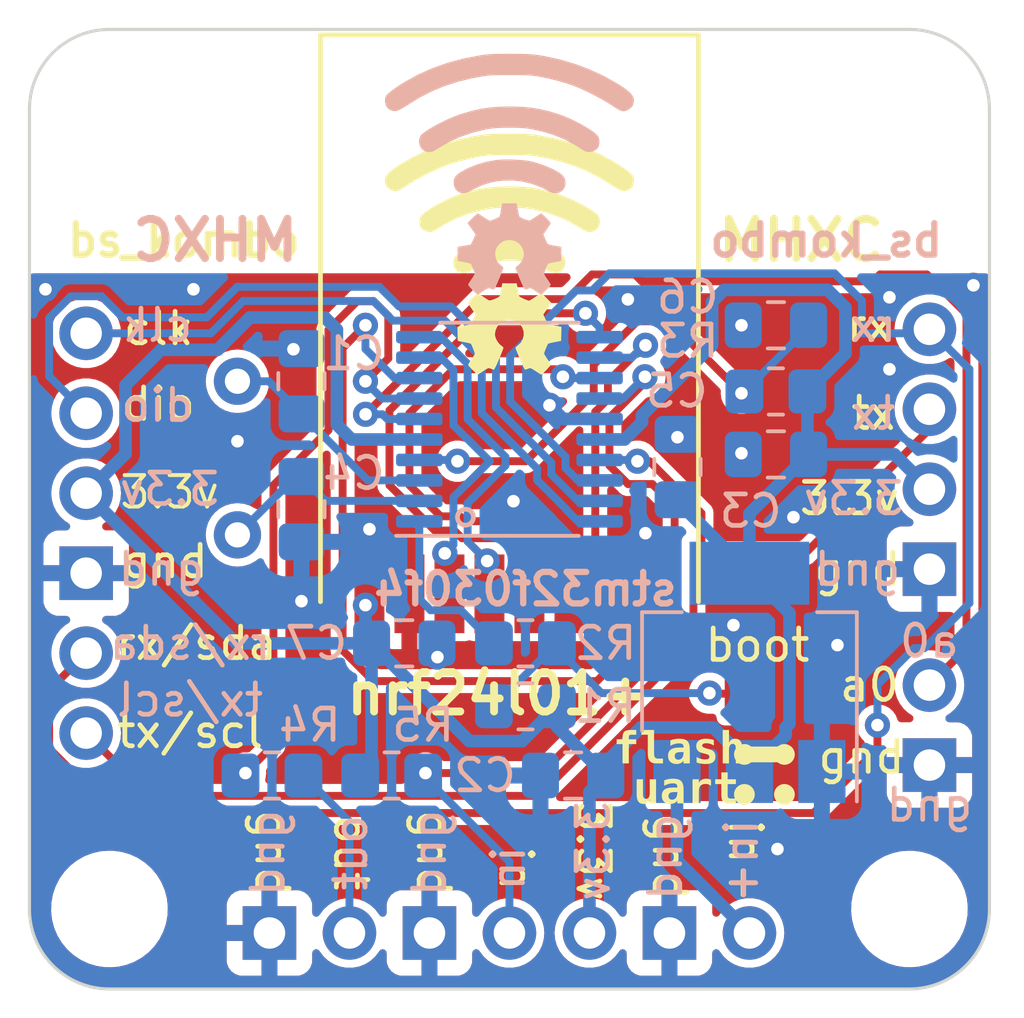
<source format=kicad_pcb>
(kicad_pcb (version 20221018) (generator pcbnew)
  (layers (0 "F.Cu" signal) (31 "B.Cu" signal) (34 "B.Paste" user) (35 "F.Paste" user) (36 "B.SilkS" user "B.Silkscreen") (37 "F.SilkS" user "F.Silkscreen") (38 "B.Mask" user) (39 "F.Mask" user) (44 "Edge.Cuts" user))
  (net 0 "")
  (net 1 "GND")
  (net 2 "+3V3")
  (net 3 "tx{slash}scl")
  (net 4 "rx{slash}sda")
  (net 5 "+5V")
  (net 6 "but")
  (net 7 "dio")
  (net 8 "clk")
  (net 9 "Net-(JP1-B)")
  (net 10 "led")
  (net 11 "a0")
  (net 12 "Net-(J1-Pin_6)")
  (net 13 "Net-(U3-PF1)")
  (net 14 "Net-(U3-PF0)")
  (net 15 "Net-(U3-NRST)")
  (net 16 "Net-(U3-BOOT0)")
  (net 17 "Net-(U1-CE)")
  (net 18 "Net-(U1-~{CSN})")
  (net 19 "Net-(U1-SCK)")
  (net 20 "Net-(U1-MOSI)")
  (net 21 "Net-(U1-MISO)")
  (net 22 "Net-(U1-IRQ)")
  (footprint "Connector_PinHeader_2.54mm:PinHeader_1x06_P2.54mm_Vertical" (layer "F.Cu") (at 116.1 47.752)
    (fp_text reference "J3" hide)
    (fp_text value "Conn_01x06" hide)
    (pad "1" thru_hole circle (at 0 0) (size 1.7 1.7) (drill 1) (layers "*.Cu" "*.Mask") (net 8 "clk"))
    (pad "2" thru_hole oval (at 0 2.54) (size 1.7 1.7) (drill 1) (layers "*.Cu" "*.Mask") (net 7 "dio"))
    (pad "3" thru_hole oval (at 0 5.08) (size 1.7 1.7) (drill 1) (layers "*.Cu" "*.Mask") (net 2 "+3V3"))
    (pad "4" thru_hole rect (at 0 7.62) (size 1.7 1.7) (drill 1) (layers "*.Cu" "*.Mask") (net 1 "GND"))
    (pad "5" thru_hole oval (at 0 10.16) (size 1.7 1.7) (drill 1) (layers "*.Cu" "*.Mask") (net 4 "rx{slash}sda"))
    (pad "6" thru_hole oval (at 0 12.7) (size 1.7 1.7) (drill 1) (layers "*.Cu" "*.Mask") (net 3 "tx{slash}scl"))
  )
  (footprint "Connector_PinHeader_2.54mm:PinHeader_1x07_P2.54mm_Vertical" (layer "F.Cu") (at 137.16 66.802 -90)
    (fp_text reference "J1" hide)
    (fp_text value "Conn_01x07" hide)
    (pad "1" thru_hole circle (at 0 0 270) (size 1.7 1.7) (drill 1) (layers "*.Cu" "*.Mask") (net 5 "+5V"))
    (pad "2" thru_hole rect (at 0 2.54 270) (size 1.7 1.7) (drill 1) (layers "*.Cu" "*.Mask") (net 1 "GND"))
    (pad "3" thru_hole oval (at 0 5.08 270) (size 1.7 1.7) (drill 1) (layers "*.Cu" "*.Mask") (net 2 "+3V3"))
    (pad "4" thru_hole oval (at 0 7.62 270) (size 1.7 1.7) (drill 1) (layers "*.Cu" "*.Mask") (net 6 "but"))
    (pad "5" thru_hole rect (at 0 10.16 270) (size 1.7 1.7) (drill 1) (layers "*.Cu" "*.Mask") (net 1 "GND"))
    (pad "6" thru_hole oval (at 0 12.7 270) (size 1.7 1.7) (drill 1) (layers "*.Cu" "*.Mask") (net 12 "Net-(J1-Pin_6)"))
    (pad "7" thru_hole rect (at 0 15.24 270) (size 1.7 1.7) (drill 1) (layers "*.Cu" "*.Mask") (net 1 "GND"))
  )
  (footprint "MountingHole:MountingHole_3.2mm_M3" (layer "F.Cu") (at 142.24 40.64)
    (fp_text reference "REF**" hide)
    (fp_text value "MountingHole_3.2mm_M3" hide)
    (pad "" np_thru_hole circle (at 0 0) (size 3.2 3.2) (drill 3.2) (layers "*.Cu" "*.Mask"))
  )
  (footprint "Crystal:Crystal_HC49-U_Vertical" (layer "F.Cu") (at 120.904 49.276 -90)
    (fp_text reference "Y1" hide)
    (fp_text value "Crystal")
    (pad "1" thru_hole circle (at 0 0 270) (size 1.5 1.5) (drill 0.8) (layers "*.Cu" "*.Mask") (net 13 "Net-(U3-PF1)"))
    (pad "2" thru_hole circle (at 4.88 0 270) (size 1.5 1.5) (drill 0.8) (layers "*.Cu" "*.Mask") (net 14 "Net-(U3-PF0)"))
  )
  (footprint "MountingHole:MountingHole_3.2mm_M3" (layer "F.Cu") (at 142.24 66.04)
    (fp_text reference "REF**" hide)
    (fp_text value "MountingHole_3.2mm_M3" hide)
    (pad "" np_thru_hole circle (at 0 0) (size 3.2 3.2) (drill 3.2) (layers "*.Cu" "*.Mask"))
  )
  (footprint "MountingHole:MountingHole_3.2mm_M3" (layer "F.Cu") (at 116.84 40.64)
    (fp_text reference "REF**" hide)
    (fp_text value "MountingHole_3.2mm_M3" hide)
    (pad "" np_thru_hole circle (at 0 0) (size 3.2 3.2) (drill 3.2) (layers "*.Cu" "*.Mask"))
  )
  (footprint "LOGO" (layer "F.Cu") (at 129.54 45.212)
    (fp_text reference "G***" hide)
    (fp_text value "LOGO" hide)
  )
  (footprint "Jumper:SolderJumper-2_P1.3mm_Open_TrianglePad1.0x1.5mm" (layer "F.Cu") (at 137.6 59.2 180)
    (fp_text reference "JP1" hide)
    (fp_text value "SolderJumper_2_Open")
    (pad "1" smd custom (at -0.725 0 180) (size 0.3 0.3) (layers "F.Cu" "F.Mask") (net 1 "GND") (options (clearance outline) (anchor rect)) (primitives (gr_poly (pts (xy 1 0) (xy 0.5 0.75) (xy -0.5 0.75) (xy -0.5 -0.75) (xy 0.5 -0.75)) (width 0) (fill yes))))
    (pad "2" smd custom (at 0.725 0 180) (size 0.3 0.3) (layers "F.Cu" "F.Mask") (net 9 "Net-(JP1-B)") (options (clearance outline) (anchor rect)) (primitives (gr_poly (pts (xy 0.5 0.75) (xy -0.65 0.75) (xy -0.15 0) (xy -0.65 -0.75) (xy 0.5 -0.75)) (width 0) (fill yes))))
  )
  (footprint "Connector_PinHeader_2.54mm:PinHeader_1x02_P2.54mm_Vertical" (layer "F.Cu") (at 142.875 61.468 180)
    (fp_text reference "J4" hide)
    (fp_text value "Conn_01x02" hide)
    (pad "1" thru_hole rect (at 0 0 180) (size 1.7 1.7) (drill 1) (layers "*.Cu" "*.Mask") (net 1 "GND"))
    (pad "2" thru_hole oval (at 0 2.54 180) (size 1.7 1.7) (drill 1) (layers "*.Cu" "*.Mask") (net 11 "a0"))
  )
  (footprint "Keyplus_nordic:NRF24L01-Module-SMD" (layer "F.Cu") (at 129.54 55.2775 -90)
    (fp_text reference "U1" hide)
    (fp_text value "NRF24L01_Breakout")
    (pad "1" smd rect (at 0.3 4.445 270) (size 2.5 0.95) (drill (offset 0.45 0)) (layers "F.Cu" "F.Paste" "F.Mask") (net 2 "+3V3"))
    (pad "2" smd rect (at 0.3 3.175 270) (size 2.5 0.95) (drill (offset 0.45 0)) (layers "F.Cu" "F.Paste" "F.Mask") (net 1 "GND"))
    (pad "3" smd rect (at 0.3 1.905 270) (size 2.5 0.95) (drill (offset 0.45 0)) (layers "F.Cu" "F.Paste" "F.Mask") (net 17 "Net-(U1-CE)"))
    (pad "4" smd rect (at 0.3 0.635 270) (size 2.5 0.95) (drill (offset 0.45 0)) (layers "F.Cu" "F.Paste" "F.Mask") (net 18 "Net-(U1-~{CSN})"))
    (pad "5" smd rect (at 0.3 -0.635 270) (size 2.5 0.95) (drill (offset 0.45 0)) (layers "F.Cu" "F.Paste" "F.Mask") (net 19 "Net-(U1-SCK)"))
    (pad "6" smd rect (at 0.3 -1.905 270) (size 2.5 0.95) (drill (offset 0.45 0)) (layers "F.Cu" "F.Paste" "F.Mask") (net 20 "Net-(U1-MOSI)"))
    (pad "7" smd rect (at 0.3 -3.175 270) (size 2.5 0.95) (drill (offset 0.45 0)) (layers "F.Cu" "F.Paste" "F.Mask") (net 21 "Net-(U1-MISO)"))
    (pad "8" smd rect (at 0.3 -4.445 270) (size 2.5 0.95) (drill (offset 0.45 0)) (layers "F.Cu" "F.Paste" "F.Mask") (net 22 "Net-(U1-IRQ)"))
  )
  (footprint "MountingHole:MountingHole_3.2mm_M3" (layer "F.Cu") (at 116.84 66.04)
    (fp_text reference "REF**" hide)
    (fp_text value "MountingHole_3.2mm_M3" hide)
    (pad "" np_thru_hole circle (at 0 0) (size 3.2 3.2) (drill 3.2) (layers "*.Cu" "*.Mask"))
  )
  (footprint "Connector_PinHeader_2.54mm:PinHeader_1x04_P2.54mm_Vertical" (layer "F.Cu") (at 142.875 55.245 180)
    (fp_text reference "J2" hide)
    (fp_text value "Conn_01x04" hide)
    (pad "1" thru_hole rect (at 0 0 180) (size 1.7 1.7) (drill 1) (layers "*.Cu" "*.Mask") (net 1 "GND"))
    (pad "2" thru_hole oval (at 0 2.54 180) (size 1.7 1.7) (drill 1) (layers "*.Cu" "*.Mask") (net 2 "+3V3"))
    (pad "3" thru_hole oval (at 0 5.08 180) (size 1.7 1.7) (drill 1) (layers "*.Cu" "*.Mask") (net 3 "tx{slash}scl"))
    (pad "4" thru_hole oval (at 0 7.62 180) (size 1.7 1.7) (drill 1) (layers "*.Cu" "*.Mask") (net 4 "rx{slash}sda"))
  )
  (footprint "Resistor_SMD:R_0805_2012Metric_Pad1.20x1.40mm_HandSolder" (layer "B.Cu") (at 130.048 59.6 180)
    (fp_text reference "R1" (at -2.54 0) (layer "B.SilkS") (effects (justify mirror)))
    (fp_text value "10k")
    (pad "1" smd roundrect (at -1 0 180) (size 1.2 1.4) (layers "B.Cu" "B.Paste" "B.Mask") (roundrect_rratio 0.2083333333) (net 2 "+3V3"))
    (pad "2" smd roundrect (at 1 0 180) (size 1.2 1.4) (layers "B.Cu" "B.Paste" "B.Mask") (roundrect_rratio 0.2083333333) (net 9 "Net-(JP1-B)"))
  )
  (footprint "Capacitor_SMD:C_0805_2012Metric_Pad1.18x1.45mm_HandSolder" (layer "B.Cu") (at 126.2 57.6)
    (fp_text reference "C7" (at -2.794 0) (layer "B.SilkS") (effects (justify mirror)))
    (fp_text value "10u")
    (pad "1" smd roundrect (at -1.0375 0) (size 1.175 1.45) (layers "B.Cu" "B.Paste" "B.Mask") (roundrect_rratio 0.2127659574) (net 2 "+3V3"))
    (pad "2" smd roundrect (at 1.0375 0) (size 1.175 1.45) (layers "B.Cu" "B.Paste" "B.Mask") (roundrect_rratio 0.2127659574) (net 1 "GND"))
  )
  (footprint "Resistor_SMD:R_0805_2012Metric_Pad1.20x1.40mm_HandSolder" (layer "B.Cu") (at 122 61.8)
    (fp_text reference "R4" (at 1.2 -1.6) (layer "B.SilkS") (effects (justify mirror)))
    (fp_text value "150")
    (pad "1" smd roundrect (at -1 0) (size 1.2 1.4) (layers "B.Cu" "B.Paste" "B.Mask") (roundrect_rratio 0.2083333333) (net 10 "led"))
    (pad "2" smd roundrect (at 1 0) (size 1.2 1.4) (layers "B.Cu" "B.Paste" "B.Mask") (roundrect_rratio 0.2083333333) (net 12 "Net-(J1-Pin_6)"))
  )
  (footprint "Capacitor_SMD:C_0805_2012Metric_Pad1.18x1.45mm_HandSolder" (layer "B.Cu") (at 122.936 49.276 90)
    (fp_text reference "C1" (at 0.876 1.664) (layer "B.SilkS") (effects (justify mirror)))
    (fp_text value "22p")
    (pad "1" smd roundrect (at -1.0375 0 90) (size 1.175 1.45) (layers "B.Cu" "B.Paste" "B.Mask") (roundrect_rratio 0.2127659574) (net 13 "Net-(U3-PF1)"))
    (pad "2" smd roundrect (at 1.0375 0 90) (size 1.175 1.45) (layers "B.Cu" "B.Paste" "B.Mask") (roundrect_rratio 0.2127659574) (net 1 "GND"))
  )
  (footprint "Package_SO:TSSOP-20_4.4x6.5mm_P0.65mm" (layer "B.Cu") (at 129.54 50.8)
    (fp_text reference "U3" hide)
    (fp_text value "STM32F030F4Px")
    (pad "1" smd roundrect (at -2.8625 2.925) (size 1.475 0.4) (layers "B.Cu" "B.Paste" "B.Mask") (net 16 "Net-(U3-BOOT0)"))
    (pad "2" smd roundrect (at -2.8625 2.275) (size 1.475 0.4) (layers "B.Cu" "B.Paste" "B.Mask") (net 14 "Net-(U3-PF0)"))
    (pad "3" smd roundrect (at -2.8625 1.625) (size 1.475 0.4) (layers "B.Cu" "B.Paste" "B.Mask") (net 13 "Net-(U3-PF1)"))
    (pad "4" smd roundrect (at -2.8625 0.975) (size 1.475 0.4) (layers "B.Cu" "B.Paste" "B.Mask") (net 15 "Net-(U3-NRST)"))
    (pad "5" smd roundrect (at -2.8625 0.325) (size 1.475 0.4) (layers "B.Cu" "B.Paste" "B.Mask") (net 2 "+3V3"))
    (pad "6" smd roundrect (at -2.8625 -0.325) (size 1.475 0.4) (layers "B.Cu" "B.Paste" "B.Mask") (net 11 "a0"))
    (pad "7" smd roundrect (at -2.8625 -0.975) (size 1.475 0.4) (layers "B.Cu" "B.Paste" "B.Mask") (net 10 "led"))
    (pad "8" smd roundrect (at -2.8625 -1.625) (size 1.475 0.4) (layers "B.Cu" "B.Paste" "B.Mask") (net 22 "Net-(U1-IRQ)"))
    (pad "9" smd roundrect (at -2.8625 -2.275) (size 1.475 0.4) (layers "B.Cu" "B.Paste" "B.Mask") (net 17 "Net-(U1-CE)"))
    (pad "10" smd roundrect (at -2.8625 -2.925) (size 1.475 0.4) (layers "B.Cu" "B.Paste" "B.Mask") (net 18 "Net-(U1-~{CSN})"))
    (pad "11" smd roundrect (at 2.8625 -2.925) (size 1.475 0.4) (layers "B.Cu" "B.Paste" "B.Mask") (net 19 "Net-(U1-SCK)"))
    (pad "12" smd roundrect (at 2.8625 -2.275) (size 1.475 0.4) (layers "B.Cu" "B.Paste" "B.Mask") (net 21 "Net-(U1-MISO)"))
    (pad "13" smd roundrect (at 2.8625 -1.625) (size 1.475 0.4) (layers "B.Cu" "B.Paste" "B.Mask") (net 20 "Net-(U1-MOSI)"))
    (pad "14" smd roundrect (at 2.8625 -0.975) (size 1.475 0.4) (layers "B.Cu" "B.Paste" "B.Mask") (net 6 "but"))
    (pad "15" smd roundrect (at 2.8625 -0.325) (size 1.475 0.4) (layers "B.Cu" "B.Paste" "B.Mask") (net 1 "GND"))
    (pad "16" smd roundrect (at 2.8625 0.325) (size 1.475 0.4) (layers "B.Cu" "B.Paste" "B.Mask") (net 2 "+3V3"))
    (pad "17" smd roundrect (at 2.8625 0.975) (size 1.475 0.4) (layers "B.Cu" "B.Paste" "B.Mask") (net 3 "tx{slash}scl"))
    (pad "18" smd roundrect (at 2.8625 1.625) (size 1.475 0.4) (layers "B.Cu" "B.Paste" "B.Mask") (net 4 "rx{slash}sda"))
    (pad "19" smd roundrect (at 2.8625 2.275) (size 1.475 0.4) (layers "B.Cu" "B.Paste" "B.Mask") (net 7 "dio"))
    (pad "20" smd roundrect (at 2.8625 2.925) (size 1.475 0.4) (layers "B.Cu" "B.Paste" "B.Mask") (net 8 "clk"))
  )
  (footprint "LOGO" (layer "B.Cu") (at 129.54 42.672 180)
    (fp_text reference "G***" hide)
    (fp_text value "LOGO" hide)
  )
  (footprint "Capacitor_SMD:C_0805_2012Metric_Pad1.18x1.45mm_HandSolder" (layer "B.Cu") (at 138 51.6 180)
    (fp_text reference "C3" (at 0.8 -1.8) (layer "B.SilkS") (effects (justify mirror)))
    (fp_text value "10u")
    (pad "1" smd roundrect (at -1.0375 0 180) (size 1.175 1.45) (layers "B.Cu" "B.Paste" "B.Mask") (roundrect_rratio 0.2127659574) (net 2 "+3V3"))
    (pad "2" smd roundrect (at 1.0375 0 180) (size 1.175 1.45) (layers "B.Cu" "B.Paste" "B.Mask") (roundrect_rratio 0.2127659574) (net 1 "GND"))
  )
  (footprint "Resistor_SMD:R_0805_2012Metric_Pad1.20x1.40mm_HandSolder" (layer "B.Cu") (at 130.048 57.6 180)
    (fp_text reference "R2" (at -2.54 0) (layer "B.SilkS") (effects (justify mirror)))
    (fp_text value "620")
    (pad "1" smd roundrect (at -1 0 180) (size 1.2 1.4) (layers "B.Cu" "B.Paste" "B.Mask") (roundrect_rratio 0.2083333333) (net 9 "Net-(JP1-B)"))
    (pad "2" smd roundrect (at 1 0 180) (size 1.2 1.4) (layers "B.Cu" "B.Paste" "B.Mask") (roundrect_rratio 0.2083333333) (net 16 "Net-(U3-BOOT0)"))
  )
  (footprint "Capacitor_SMD:C_0805_2012Metric_Pad1.18x1.45mm_HandSolder" (layer "B.Cu") (at 131.5625 61.8 180)
    (fp_text reference "C2" (at 2.8 0) (layer "B.SilkS") (effects (justify mirror)))
    (fp_text value "100n")
    (pad "1" smd roundrect (at -1.0375 0 180) (size 1.175 1.45) (layers "B.Cu" "B.Paste" "B.Mask") (roundrect_rratio 0.2127659574) (net 2 "+3V3"))
    (pad "2" smd roundrect (at 1.0375 0 180) (size 1.175 1.45) (layers "B.Cu" "B.Paste" "B.Mask") (roundrect_rratio 0.2127659574) (net 1 "GND"))
  )
  (footprint "Capacitor_SMD:C_0805_2012Metric_Pad1.18x1.45mm_HandSolder" (layer "B.Cu") (at 122.936 53.34 -90)
    (fp_text reference "C4" (at -1.14 -1.664) (layer "B.SilkS") (effects (justify mirror)))
    (fp_text value "22p")
    (pad "1" smd roundrect (at -1.0375 0 270) (size 1.175 1.45) (layers "B.Cu" "B.Paste" "B.Mask") (roundrect_rratio 0.2127659574) (net 14 "Net-(U3-PF0)"))
    (pad "2" smd roundrect (at 1.0375 0 270) (size 1.175 1.45) (layers "B.Cu" "B.Paste" "B.Mask") (roundrect_rratio 0.2127659574) (net 1 "GND"))
  )
  (footprint "Capacitor_SMD:C_0805_2012Metric_Pad1.18x1.45mm_HandSolder" (layer "B.Cu") (at 138 47.498 180)
    (fp_text reference "C6" (at 2.8 0.898) (layer "B.SilkS") (effects (justify mirror)))
    (fp_text value "100n")
    (pad "1" smd roundrect (at -1.0375 0 180) (size 1.175 1.45) (layers "B.Cu" "B.Paste" "B.Mask") (roundrect_rratio 0.2127659574) (net 15 "Net-(U3-NRST)"))
    (pad "2" smd roundrect (at 1.0375 0 180) (size 1.175 1.45) (layers "B.Cu" "B.Paste" "B.Mask") (roundrect_rratio 0.2127659574) (net 1 "GND"))
  )
  (footprint "Capacitor_SMD:C_0805_2012Metric_Pad1.18x1.45mm_HandSolder" (layer "B.Cu") (at 134.874 52 90)
    (fp_text reference "C5" (at 2.416 -0.02 180) (layer "B.SilkS") (effects (justify mirror)))
    (fp_text value "100n")
    (pad "1" smd roundrect (at -1.0375 0 90) (size 1.175 1.45) (layers "B.Cu" "B.Paste" "B.Mask") (roundrect_rratio 0.2127659574) (net 2 "+3V3"))
    (pad "2" smd roundrect (at 1.0375 0 90) (size 1.175 1.45) (layers "B.Cu" "B.Paste" "B.Mask") (roundrect_rratio 0.2127659574) (net 1 "GND"))
  )
  (footprint "Resistor_SMD:R_0805_2012Metric_Pad1.20x1.40mm_HandSolder" (layer "B.Cu") (at 138 49.6 180)
    (fp_text reference "R3" (at 2.8 1.6) (layer "B.SilkS") (effects (justify mirror)))
    (fp_text value "10k")
    (pad "1" smd roundrect (at -1 0 180) (size 1.2 1.4) (layers "B.Cu" "B.Paste" "B.Mask") (roundrect_rratio 0.2083333333) (net 2 "+3V3"))
    (pad "2" smd roundrect (at 1 0 180) (size 1.2 1.4) (layers "B.Cu" "B.Paste" "B.Mask") (roundrect_rratio 0.2083333333) (net 15 "Net-(U3-NRST)"))
  )
  (footprint "Package_TO_SOT_SMD:SOT-223-3_TabPin2" (layer "B.Cu") (at 137.16 58.522 90)
    (fp_text reference "U2" hide)
    (fp_text value "AMS1117-3.3")
    (pad "1" smd rect (at -3.15 2.3 90) (size 2 1.5) (layers "B.Cu" "B.Paste" "B.Mask") (net 1 "GND"))
    (pad "2" smd rect (at -3.15 0 90) (size 2 1.5) (layers "B.Cu" "B.Paste" "B.Mask") (net 2 "+3V3"))
    (pad "2" smd rect (at 3.15 0 90) (size 2 3.8) (layers "B.Cu" "B.Paste" "B.Mask") (net 2 "+3V3"))
    (pad "3" smd rect (at -3.15 -2.3 90) (size 2 1.5) (layers "B.Cu" "B.Paste" "B.Mask") (net 5 "+5V"))
  )
  (footprint "Resistor_SMD:R_0805_2012Metric_Pad1.20x1.40mm_HandSolder" (layer "B.Cu") (at 125.8 61.8)
    (fp_text reference "R5" (at 1 -1.6) (layer "B.SilkS") (effects (justify mirror)))
    (fp_text value "10k")
    (pad "1" smd roundrect (at -1 0) (size 1.2 1.4) (layers "B.Cu" "B.Paste" "B.Mask") (roundrect_rratio 0.2083333333) (net 2 "+3V3"))
    (pad "2" smd roundrect (at 1 0) (size 1.2 1.4) (layers "B.Cu" "B.Paste" "B.Mask") (roundrect_rratio 0.2083333333) (net 6 "but"))
  )
  (gr_circle (center 128.143 53.594) (end 128.397 53.594) (stroke (width 0.15)) (fill none) (layer "B.SilkS"))
  (gr_circle (center 137 62.4) (end 136.746 62.4) (stroke (width 0.15)) (fill solid) (layer "F.SilkS"))
  (gr_circle (center 138.27 61.13) (end 138.016 61.13) (stroke (width 0.15)) (fill solid) (layer "F.SilkS"))
  (gr_circle (center 138.27 62.4) (end 138.016 62.4) (stroke (width 0.15)) (fill solid) (layer "F.SilkS"))
  (gr_circle (center 137 61.13) (end 136.746 61.13) (stroke (width 0.15)) (fill solid) (layer "F.SilkS"))
  (gr_line (start 137 61.13) (end 138.27 61.13) (stroke (width 0.5)) (layer "F.SilkS"))
  (gr_arc (start 114.3 40.64) (mid 115.043949 38.843949) (end 116.84 38.1) (stroke (width 0.1)) (layer "Edge.Cuts"))
  (gr_arc (start 116.84 68.58) (mid 115.043949 67.836051) (end 114.3 66.04) (stroke (width 0.1)) (layer "Edge.Cuts"))
  (gr_line (start 114.3 66.04) (end 114.3 40.64) (stroke (width 0.1)) (layer "Edge.Cuts"))
  (gr_line (start 142.24 68.58) (end 116.84 68.58) (stroke (width 0.1)) (layer "Edge.Cuts"))
  (gr_line (start 144.78 40.64) (end 144.78 66.04) (stroke (width 0.1)) (layer "Edge.Cuts"))
  (gr_line (start 116.84 38.1) (end 142.24 38.1) (stroke (width 0.1)) (layer "Edge.Cuts"))
  (gr_arc (start 142.24 38.1) (mid 144.036051 38.843949) (end 144.78 40.64) (stroke (width 0.1)) (layer "Edge.Cuts"))
  (gr_arc (start 144.78 66.04) (mid 144.036051 67.836051) (end 142.24 68.58) (stroke (width 0.1)) (layer "Edge.Cuts"))
  (gr_text "stm32f030f4" (at 130.048 55.88) (layer "B.SilkS") (effects (font (size 1 1) (thickness 0.2) bold) (justify mirror)))
  (gr_text "bs_kombo" (at 139.6 44.8) (layer "B.SilkS") (effects (font (size 1 1) (thickness 0.2) bold) (justify mirror)))
  (gr_text "gnd" (at 127 64.262 90) (layer "B.SilkS") (effects (font (size 1 1)) (justify mirror)))
  (gr_text "tx" (at 141.097 50.292) (layer "B.SilkS") (effects (font (size 1 1)) (justify mirror)))
  (gr_text "gnd" (at 140.589 55.245) (layer "B.SilkS") (effects (font (size 1 1)) (justify mirror)))
  (gr_text "rx" (at 141.097 47.498) (layer "B.SilkS") (effects (font (size 1 1)) (justify mirror)))
  (gr_text "3.3v" (at 132.2 64.2 90) (layer "B.SilkS") (effects (font (size 1 1)) (justify mirror)))
  (gr_text "a0" (at 142.875 57.531) (layer "B.SilkS") (effects (font (size 1 1)) (justify mirror)))
  (gr_text "gnd" (at 118.491 55.245) (layer "B.SilkS") (effects (font (size 1 1)) (justify mirror)))
  (gr_text "MHXC" (at 120.2 44.8) (layer "B.SilkS") (effects (font (size 1.25 1.25) (thickness 0.25)) (justify mirror)))
  (gr_text "in+" (at 136.906 64.516 90) (layer "B.SilkS") (effects (font (size 1 1)) (justify mirror)))
  (gr_text "dio" (at 118.364 50.038) (layer "B.SilkS") (effects (font (size 1 1)) (justify mirror)))
  (gr_text "gnd" (at 134.493 64.389 90) (layer "B.SilkS") (effects (font (size 1 1)) (justify mirror)))
  (gr_text "out" (at 124.5 64.25 90) (layer "B.SilkS") (effects (font (size 1 1)) (justify mirror)))
  (gr_text "clk" (at 118.364 47.498) (layer "B.SilkS") (effects (font (size 1 1)) (justify mirror)))
  (gr_text "gnd" (at 142.875 62.738) (layer "B.SilkS") (effects (font (size 1 1)) (justify mirror)))
  (gr_text "rx/sda" (at 119.4 57.6) (layer "B.SilkS") (effects (font (size 1 1)) (justify mirror)))
  (gr_text "in\n" (at 129.5 64.75 90) (layer "B.SilkS") (effects (font (size 1 1)) (justify mirror)))
  (gr_text "tx/scl" (at 119.4 59.4) (layer "B.SilkS") (effects (font (size 1 1)) (justify mirror)))
  (gr_text "3.3v" (at 118.745 52.705) (layer "B.SilkS") (effects (font (size 1 1)) (justify mirror)))
  (gr_text "gnd" (at 121.873 64.262 90) (layer "B.SilkS") (effects (font (size 1 1)) (justify mirror)))
  (gr_text "3.3v" (at 140.462 53) (layer "B.SilkS") (effects (font (size 1 1)) (justify mirror)))
  (gr_text "in\n" (at 129.75 64.75 270) (layer "F.SilkS") (effects (font (size 1 1))))
  (gr_text "nrf24l01+" (at 129.2 59.2) (layer "F.SilkS") (effects (font (size 1.25 1.25) (thickness 0.25))))
  (gr_text "boot" (at 137.414 57.658) (layer "F.SilkS") (effects (font (size 1 1))))
  (gr_text "gnd" (at 122 64.262 -90) (layer "F.SilkS") (effects (font (size 1 1))))
  (gr_text "uart\n" (at 133.47 62.27) (layer "F.SilkS") (effects (font (size 1 1) (thickness 0.2) bold) (justify left)))
  (gr_text "a0" (at 140.97 58.928) (layer "F.SilkS") (effects (font (size 1 1))))
  (gr_text "rx/sda" (at 119.6 57.6) (layer "F.SilkS") (effects (font (size 1 1))))
  (gr_text "in+" (at 137.033 64.516 -90) (layer "F.SilkS") (effects (font (size 1 1))))
  (gr_text "tx/scl" (at 119.4 60.4) (layer "F.SilkS") (effects (font (size 1 1))))
  (gr_text "gnd" (at 118.6 55) (layer "F.SilkS") (effects (font (size 1 1))))
  (gr_text "clk" (at 118.4 47.6) (layer "F.SilkS") (effects (font (size 1 1))))
  (gr_text "out" (at 124.5 64.25 270) (layer "F.SilkS") (effects (font (size 1 1))))
  (gr_text "gnd" (at 140.589 55.245) (layer "F.SilkS") (effects (font (size 1 1))))
  (gr_text "rx" (at 140.97 47.498) (layer "F.SilkS") (effects (font (size 1 1))))
  (gr_text "bs_kombo" (at 119.2 44.8) (layer "F.SilkS") (effects (font (size 1 1) (thickness 0.2) bold)))
  (gr_text "gnd" (at 127.127 64.262 -90) (layer "F.SilkS") (effects (font (size 1 1))))
  (gr_text "3.3v" (at 140.335 53) (layer "F.SilkS") (effects (font (size 1 1))))
  (gr_text "flash\n" (at 132.825618 61) (layer "F.SilkS") (effects (font (size 1 1) (thickness 0.2) bold) (justify left)))
  (gr_text "3.3v" (at 118.75 52.8) (layer "F.SilkS") (effects (font (size 1 1) (thickness 0.125))))
  (gr_text "3.3v" (at 132.2 64.2 -90) (layer "F.SilkS") (effects (font (size 1 1))))
  (gr_text "tx" (at 141.097 50.292) (layer "F.SilkS") (effects (font (size 1 1))))
  (gr_text "dio" (at 118.4 50) (layer "F.SilkS") (effects (font (size 1 1))))
  (gr_text "gnd" (at 134.62 64.389 -90) (layer "F.SilkS") (effects (font (size 1 1))))
  (gr_text "MHXC" (at 138.8 44.8) (layer "F.SilkS") (effects (font (size 1.25 1.25) (thickness 0.25))))
  (gr_text "gnd" (at 140.716 61.214) (layer "F.SilkS") (effects (font (size 1 1))))
  (via (at 122.936 56.261) (size 0.8) (drill 0.4) (layers "F.Cu" "B.Cu") (net 1))
  (via (at 138.049 64.135) (size 0.8) (drill 0.4) (layers "F.Cu" "B.Cu") (net 1))
  (via (at 114.808 46.355) (size 0.8) (drill 0.4) (layers "F.Cu" "B.Cu") (net 1))
  (via (at 138.557 53.594) (size 0.8) (drill 0.4) (layers "F.Cu" "B.Cu") (net 1))
  (via (at 136.906 47.498) (size 0.8) (drill 0.4) (layers "F.Cu" "B.Cu") (net 1))
  (via (at 141.605 48.895) (size 0.8) (drill 0.4) (layers "F.Cu" "B.Cu") (net 1))
  (via (at 129.667 53.086) (size 0.8) (drill 0.4) (layers "F.Cu" "B.Cu") (net 1))
  (via (at 127.254 58.039) (size 0.8) (drill 0.4) (layers "F.Cu" "B.Cu") (net 1))
  (via (at 144.272 46.228) (size 0.8) (drill 0.4) (layers "F.Cu" "B.Cu") (net 1))
  (via (at 122.682 48.26) (size 0.8) (drill 0.4) (layers "F.Cu" "B.Cu") (net 1))
  (via (at 136.652 57.023) (size 0.8) (drill 0.4) (layers "F.Cu" "B.Cu") (net 1))
  (via (at 134.874 51.054) (size 0.8) (drill 0.4) (layers "F.Cu" "B.Cu") (net 1))
  (via (at 133.298899 46.67551) (size 0.8) (drill 0.4) (layers "F.Cu" "B.Cu") (net 1))
  (via (at 141.605 46.609) (size 0.8) (drill 0.4) (layers "F.Cu" "B.Cu") (net 1))
  (via (at 136.906 51.562) (size 0.8) (drill 0.4) (layers "F.Cu" "B.Cu") (net 1))
  (via (at 120.904 51.181) (size 0.8) (drill 0.4) (layers "F.Cu" "B.Cu") (net 1))
  (via (at 125.095 53.975) (size 0.8) (drill 0.4) (layers "F.Cu" "B.Cu") (net 1))
  (via (at 130.81 50.038) (size 0.8) (drill 0.4) (layers "F.Cu" "B.Cu") (net 1))
  (via (at 119.507 46.355) (size 0.8) (drill 0.4) (layers "F.Cu" "B.Cu") (net 1))
  (via (at 139.954 57.658) (size 0.8) (drill 0.4) (layers "F.Cu" "B.Cu") (net 1))
  (via (at 133.858 54.102) (size 0.8) (drill 0.4) (layers "F.Cu" "B.Cu") (net 1))
  (segment (start 131.247 50.475) (end 130.81 50.038) (width 0.4) (layer "B.Cu") (net 1))
  (segment (start 132.4025 50.475) (end 131.247 50.475) (width 0.4) (layer "B.Cu") (net 1))
  (via (at 124.968 56.388) (size 0.8) (drill 0.4) (layers "F.Cu" "B.Cu") (net 2))
  (segment (start 133.749 50.573107) (end 133.749 50.355761) (width 0.4) (layer "B.Cu") (net 2))
  (segment (start 131.048 59.6) (end 129.942 60.706) (width 0.4) (layer "B.Cu") (net 2))
  (segment (start 118.474 48.277) (end 117.35 49.401) (width 0.4) (layer "B.Cu") (net 2))
  (segment (start 125.1625 61.4375) (end 124.8 61.8) (width 0.4) (layer "B.Cu") (net 2))
  (segment (start 138.31 60.522) (end 137.16 61.672) (width 0.4) (layer "B.Cu") (net 2))
  (segment (start 142.875 52.705) (end 141.77 51.6) (width 0.4) (layer "B.Cu") (net 2))
  (segment (start 139 49.6) (end 139 51.5625) (width 0.4) (layer "B.Cu") (net 2))
  (segment (start 136.01 60.272) (end 137.16 61.422) (width 0.4) (layer "B.Cu") (net 2))
  (segment (start 132.4025 51.125) (end 133.197107 51.125) (width 0.4) (layer "B.Cu") (net 2))
  (segment (start 139.644239 46.373) (end 140.208 46.936761) (width 0.4) (layer "B.Cu") (net 2))
  (segment (start 123.680239 47.251) (end 121.302654 47.251) (width 0.4) (layer "B.Cu") (net 2))
  (segment (start 133.197107 51.125) (end 133.749 50.573107) (width 0.4) (layer "B.Cu") (net 2))
  (segment (start 116.1 52.832) (end 120.868 57.6) (width 0.4) (layer "B.Cu") (net 2))
  (segment (start 140.208 46.936761) (end 140.208 48.392) (width 0.4) (layer "B.Cu") (net 2))
  (segment (start 126.6775 51.125) (end 124.531 51.125) (width 0.4) (layer "B.Cu") (net 2))
  (segment (start 134.874 53.0375) (end 134.874 53.086) (width 0.4) (layer "B.Cu") (net 2))
  (segment (start 138.43 60.152) (end 138.31 60.272) (width 0.4) (layer "B.Cu") (net 2))
  (segment (start 121.302654 47.251) (end 120.276654 48.277) (width 0.4) (layer "B.Cu") (net 2))
  (segment (start 132.6 61.8) (end 132.6 61.382) (width 0.4) (layer "B.Cu") (net 2))
  (segment (start 120.276654 48.277) (end 118.474 48.277) (width 0.4) (layer "B.Cu") (net 2))
  (segment (start 133.749 50.355761) (end 135.975 48.129761) (width 0.4) (layer "B.Cu") (net 2))
  (segment (start 133.71 60.272) (end 136.01 60.272) (width 0.4) (layer "B.Cu") (net 2))
  (segment (start 124.968 57.4055) (end 125.1625 57.6) (width 0.4) (layer "B.Cu") (net 2))
  (segment (start 131.048 59.6) (end 131.048 60.248) (width 0.4) (layer "B.Cu") (net 2))
  (segment (start 117.35 49.401) (end 117.35 51.582) (width 0.4) (layer "B.Cu") (net 2))
  (segment (start 120.868 57.6) (end 125.1625 57.6) (width 0.4) (layer "B.Cu") (net 2))
  (segment (start 132.08 62.32) (end 132.6 61.8) (width 0.4) (layer "B.Cu") (net 2))
  (segment (start 124.061 50.655) (end 124.061 47.631761) (width 0.4) (layer "B.Cu") (net 2))
  (segment (start 125.1625 57.6) (end 125.1625 61.4375) (width 0.4) (layer "B.Cu") (net 2))
  (segment (start 134.874 53.086) (end 137.16 55.372) (width 0.4) (layer "B.Cu") (net 2))
  (segment (start 138.31 60.272) (end 138.31 60.522) (width 0.4) (layer "B.Cu") (net 2))
  (segment (start 140.208 48.392) (end 139 49.6) (width 0.4) (layer "B.Cu") (net 2))
  (segment (start 124.061 47.631761) (end 123.680239 47.251) (width 0.4) (layer "B.Cu") (net 2))
  (segment (start 132.6 61.382) (end 133.71 60.272) (width 0.4) (layer "B.Cu") (net 2))
  (segment (start 136.355761 46.373) (end 139.644239 46.373) (width 0.4) (layer "B.Cu") (net 2))
  (segment (start 137.16 61.422) (end 137.16 61.672) (width 0.4) (layer "B.Cu") (net 2))
  (segment (start 131.048 60.248) (end 132.6 61.8) (width 0.4) (layer "B.Cu") (net 2))
  (segment (start 135.975 46.753761) (end 136.355761 46.373) (width 0.4) (layer "B.Cu") (net 2))
  (segment (start 128.2685 60.706) (end 125.1625 57.6) (width 0.4) (layer "B.Cu") (net 2))
  (segment (start 135.975 48.129761) (end 135.975 46.753761) (width 0.4) (layer "B.Cu") (net 2))
  (segment (start 138.43 56.642) (end 138.43 60.152) (width 0.4) (layer "B.Cu") (net 2))
  (segment (start 137.16 55.372) (end 138.43 56.642) (width 0.4) (layer "B.Cu") (net 2))
  (segment (start 117.35 51.582) (end 116.1 52.832) (width 0.4) (layer "B.Cu") (net 2))
  (segment (start 137.16 55.372) (end 137.16 53.4775) (width 0.4) (layer "B.Cu") (net 2))
  (segment (start 129.942 60.706) (end 128.2685 60.706) (width 0.4) (layer "B.Cu") (net 2))
  (segment (start 141.77 51.6) (end 139.0375 51.6) (width 0.4) (layer "B.Cu") (net 2))
  (segment (start 137.16 53.4775) (end 139.0375 51.6) (width 0.4) (layer "B.Cu") (net 2))
  (segment (start 139 51.5625) (end 139.0375 51.6) (width 0.4) (layer "B.Cu") (net 2))
  (segment (start 132.08 66.802) (end 132.08 62.32) (width 0.4) (layer "B.Cu") (net 2))
  (segment (start 124.968 56.388) (end 124.968 57.4055) (width 0.4) (layer "B.Cu") (net 2))
  (segment (start 124.531 51.125) (end 124.061 50.655) (width 0.4) (layer "B.Cu") (net 2))
  (segment (start 133.604 51.816) (end 133.985 51.816) (width 0.25) (layer "F.Cu") (net 3))
  (segment (start 118.095 62.447) (end 130.467396 62.447) (width 0.25) (layer "F.Cu") (net 3))
  (segment (start 136.525 54.737) (end 138.938 54.737) (width 0.25) (layer "F.Cu") (net 3))
  (segment (start 135.636 54.737) (end 136.525 54.737) (width 0.25) (layer "F.Cu") (net 3))
  (segment (start 138.938 54.737) (end 142.875 50.8) (width 0.25) (layer "F.Cu") (net 3))
  (segment (start 130.467396 62.447) (end 135.382 57.532396) (width 0.25) (layer "F.Cu") (net 3))
  (segment (start 135.382 57.532396) (end 135.382 54.991) (width 0.25) (layer "F.Cu") (net 3))
  (segment (start 142.875 50.8) (end 142.875 50.165) (width 0.25) (layer "F.Cu") (net 3))
  (segment (start 133.985 51.816) (end 135.636 53.467) (width 0.25) (layer "F.Cu") (net 3))
  (segment (start 135.636 53.467) (end 135.636 54.737) (width 0.25) (layer "F.Cu") (net 3))
  (segment (start 116.1 60.452) (end 118.095 62.447) (width 0.25) (layer "F.Cu") (net 3))
  (segment (start 135.382 54.991) (end 135.636 54.737) (width 0.25) (layer "F.Cu") (net 3))
  (via (at 133.604 51.816) (size 0.8) (drill 0.4) (layers "F.Cu" "B.Cu") (net 3))
  (segment (start 132.4025 51.775) (end 133.563 51.775) (width 0.25) (layer "B.Cu") (net 3))
  (segment (start 133.563 51.775) (end 133.604 51.816) (width 0.25) (layer "B.Cu") (net 3))
  (segment (start 141.224 60.960001) (end 139.192001 62.992) (width 0.25) (layer "F.Cu") (net 4))
  (segment (start 141.224 60.198) (end 141.224 60.960001) (width 0.25) (layer "F.Cu") (net 4))
  (segment (start 116.978299 62.992) (end 114.925 60.938701) (width 0.25) (layer "F.Cu") (net 4))
  (segment (start 114.925 60.938701) (end 114.925 59.087) (width 0.25) (layer "F.Cu") (net 4))
  (segment (start 139.192001 62.992) (end 116.978299 62.992) (width 0.25) (layer "F.Cu") (net 4))
  (segment (start 114.925 59.087) (end 116.1 57.912) (width 0.25) (layer "F.Cu") (net 4))
  (via (at 141.224 60.198) (size 0.8) (drill 0.4) (layers "F.Cu" "B.Cu") (net 4))
  (segment (start 142.388299 57.753) (end 142.717 57.753) (width 0.25) (layer "B.Cu") (net 4))
  (segment (start 144.145 56.325) (end 144.145 48.895) (width 0.25) (layer "B.Cu") (net 4))
  (segment (start 144.145 48.895) (end 142.875 47.625) (width 0.25) (layer "B.Cu") (net 4))
  (segment (start 131.713959 52.425) (end 132.4025 52.425) (width 0.25) (layer "B.Cu") (net 4))
  (segment (start 142.875 47.625) (end 142.748 47.752) (width 0.25) (layer "B.Cu") (net 4))
  (segment (start 132.714 45.848) (end 132.17 46.392) (width 0.25) (layer "B.Cu") (net 4))
  (segment (start 132.17 46.392) (end 131.652695 46.392) (width 0.25) (layer "B.Cu") (net 4))
  (segment (start 142.748 47.752) (end 140.733 47.752) (width 0.25) (layer "B.Cu") (net 4))
  (segment (start 142.717 57.753) (end 144.145 56.325) (width 0.25) (layer "B.Cu") (net 4))
  (segment (start 129.562 49.918111) (end 131.318 51.674111) (width 0.25) (layer "B.Cu") (net 4))
  (segment (start 131.318 51.674111) (end 131.318 52.029041) (width 0.25) (layer "B.Cu") (net 4))
  (segment (start 140.733 47.752) (end 140.733 46.719299) (width 0.25) (layer "B.Cu") (net 4))
  (segment (start 131.652695 46.392) (end 129.562 48.482695) (width 0.25) (layer "B.Cu") (net 4))
  (segment (start 129.562 48.482695) (end 129.562 49.918111) (width 0.25) (layer "B.Cu") (net 4))
  (segment (start 140.733 46.719299) (end 139.861701 45.848) (width 0.25) (layer "B.Cu") (net 4))
  (segment (start 141.224 58.917299) (end 142.388299 57.753) (width 0.25) (layer "B.Cu") (net 4))
  (segment (start 141.224 60.198) (end 141.224 58.917299) (width 0.25) (layer "B.Cu") (net 4))
  (segment (start 131.318 52.029041) (end 131.713959 52.425) (width 0.25) (layer "B.Cu") (net 4))
  (segment (start 139.861701 45.848) (end 132.714 45.848) (width 0.25) (layer "B.Cu") (net 4))
  (segment (start 134.86 61.672) (end 134.86 64.502) (width 0.4) (layer "B.Cu") (net 5))
  (segment (start 134.86 64.502) (end 137.16 66.802) (width 0.4) (layer "B.Cu") (net 5))
  (segment (start 130.556 61.722) (end 126.873 61.722) (width 0.25) (layer "F.Cu") (net 6))
  (segment (start 134.785 53.252396) (end 134.785 57.493) (width 0.25) (layer "F.Cu") (net 6))
  (segment (start 134.785 57.493) (end 130.556 61.722) (width 0.25) (layer "F.Cu") (net 6))
  (segment (start 132.715 51.952305) (end 133.303695 52.541) (width 0.25) (layer "F.Cu") (net 6))
  (segment (start 132.715 50.431097) (end 132.715 51.952305) (width 0.25) (layer "F.Cu") (net 6))
  (segment (start 133.841549 49.304548) (end 132.715 50.431097) (width 0.25) (layer "F.Cu") (net 6))
  (segment (start 134.073604 52.541) (end 134.785 53.252396) (width 0.25) (layer "F.Cu") (net 6))
  (segment (start 133.303695 52.541) (end 134.073604 52.541) (width 0.25) (layer "F.Cu") (net 6))
  (segment (start 133.841549 49.132548) (end 133.841549 49.304548) (width 0.25) (layer "F.Cu") (net 6))
  (via (at 126.873 61.722) (size 0.8) (drill 0.4) (layers "F.Cu" "B.Cu") (net 6))
  (via (at 133.841549 49.132548) (size 0.8) (drill 0.4) (layers "F.Cu" "B.Cu") (net 6))
  (segment (start 133.841549 49.132548) (end 133.149097 49.825) (width 0.25) (layer "B.Cu") (net 6))
  (segment (start 133.149097 49.825) (end 132.4025 49.825) (width 0.25) (layer "B.Cu") (net 6))
  (segment (start 129.54 64.54) (end 126.8 61.8) (width 0.25) (layer "B.Cu") (net 6))
  (segment (start 129.54 66.802) (end 129.54 64.54) (width 0.25) (layer "B.Cu") (net 6))
  (segment (start 129.112 50.104507) (end 129.112 48.334563) (width 0.25) (layer "B.Cu") (net 7))
  (segment (start 132.4025 53.075) (end 131.713959 53.075) (width 0.25) (layer "B.Cu") (net 7))
  (segment (start 117.253701 47.244) (end 116.586701 46.577) (width 0.25) (layer "B.Cu") (net 7))
  (segment (start 115.613299 46.577) (end 114.925 47.265299) (width 0.25) (layer "B.Cu") (net 7))
  (segment (start 114.925 49.117) (end 116.1 50.292) (width 0.25) (layer "B.Cu") (net 7))
  (segment (start 129.112 48.334563) (end 127.677437 46.9) (width 0.25) (layer "B.Cu") (net 7))
  (segment (start 119.930796 47.244) (end 117.253701 47.244) (width 0.25) (layer "B.Cu") (net 7))
  (segment (start 130.868 52.229041) (end 130.868 51.860507) (width 0.25) (layer "B.Cu") (net 7))
  (segment (start 131.713959 53.075) (end 130.868 52.229041) (width 0.25) (layer "B.Cu") (net 7))
  (segment (start 114.925 47.265299) (end 114.925 49.117) (width 0.25) (layer "B.Cu") (net 7))
  (segment (start 126.031701 46.9) (end 125.407701 46.276) (width 0.25) (layer "B.Cu") (net 7))
  (segment (start 120.898796 46.276) (end 119.930796 47.244) (width 0.25) (layer "B.Cu") (net 7))
  (segment (start 116.586701 46.577) (end 115.613299 46.577) (width 0.25) (layer "B.Cu") (net 7))
  (segment (start 127.677437 46.9) (end 126.031701 46.9) (width 0.25) (layer "B.Cu") (net 7))
  (segment (start 125.407701 46.276) (end 120.898796 46.276) (width 0.25) (layer "B.Cu") (net 7))
  (segment (start 130.868 51.860507) (end 129.112 50.104507) (width 0.25) (layer "B.Cu") (net 7))
  (segment (start 125.221305 46.726) (end 121.085192 46.726) (width 0.25) (layer "B.Cu") (net 8))
  (segment (start 130.418 52.415437) (end 130.418 52.046903) (width 0.25) (layer "B.Cu") (net 8))
  (segment (start 125.693 47.207) (end 125.693 47.197695) (width 0.25) (layer "B.Cu") (net 8))
  (segment (start 131.34 53.337437) (end 130.418 52.415437) (width 0.25) (layer "B.Cu") (net 8))
  (segment (start 125.836 47.35) (end 125.693 47.207) (width 0.25) (layer "B.Cu") (net 8))
  (segment (start 132.4025 53.725) (end 131.713959 53.725) (width 0.25) (layer "B.Cu") (net 8))
  (segment (start 131.713959 53.725) (end 131.34 53.351041) (width 0.25) (layer "B.Cu") (net 8))
  (segment (start 121.085192 46.726) (end 120.059192 47.752) (width 0.25) (layer "B.Cu") (net 8))
  (segment (start 128.662 50.290903) (end 128.662 48.534563) (width 0.25) (layer "B.Cu") (net 8))
  (segment (start 131.34 53.351041) (end 131.34 53.337437) (width 0.25) (layer "B.Cu") (net 8))
  (segment (start 130.418 52.046903) (end 128.662 50.290903) (width 0.25) (layer "B.Cu") (net 8))
  (segment (start 127.74 47.612563) (end 127.74 47.598959) (width 0.25) (layer "B.Cu") (net 8))
  (segment (start 127.491041 47.35) (end 125.836 47.35) (width 0.25) (layer "B.Cu") (net 8))
  (segment (start 127.74 47.598959) (end 127.491041 47.35) (width 0.25) (layer "B.Cu") (net 8))
  (segment (start 120.059192 47.752) (end 116.1 47.752) (width 0.25) (layer "B.Cu") (net 8))
  (segment (start 125.693 47.197695) (end 125.221305 46.726) (width 0.25) (layer "B.Cu") (net 8))
  (segment (start 128.662 48.534563) (end 127.74 47.612563) (width 0.25) (layer "B.Cu") (net 8))
  (segment (start 135.908 59.2) (end 135.89 59.182) (width 0.25) (layer "F.Cu") (net 9))
  (segment (start 136.875 59.2) (end 135.908 59.2) (width 0.25) (layer "F.Cu") (net 9))
  (via (at 135.89 59.182) (size 0.8) (drill 0.4) (layers "F.Cu" "B.Cu") (net 9))
  (segment (start 135.89 59.182) (end 132.461 59.182) (width 0.25) (layer "B.Cu") (net 9))
  (segment (start 129.048 59.6) (end 131.048 57.6) (width 0.25) (layer "B.Cu") (net 9))
  (segment (start 132.461 59.182) (end 131.048 57.769) (width 0.25) (layer "B.Cu") (net 9))
  (segment (start 131.048 57.769) (end 131.048 57.6) (width 0.25) (layer "B.Cu") (net 9))
  (segment (start 125.693 47.197695) (end 125.231305 46.736) (width 0.25) (layer "F.Cu") (net 10))
  (segment (start 124.704695 46.736) (end 123.793 47.647695) (width 0.25) (layer "F.Cu") (net 10))
  (segment (start 123.793 50.832) (end 122.047 52.578) (width 0.25) (layer "F.Cu") (net 10))
  (segment (start 122.047 52.578) (end 122.047 60.833) (width 0.25) (layer "F.Cu") (net 10))
  (segment (start 124.968 49.276) (end 125.693 48.551) (width 0.25) (layer "F.Cu") (net 10))
  (segment (start 125.231305 46.736) (end 124.704695 46.736) (width 0.25) (layer "F.Cu") (net 10))
  (segment (start 125.693 48.551) (end 125.693 47.197695) (width 0.25) (layer "F.Cu") (net 10))
  (segment (start 123.793 47.647695) (end 123.793 50.832) (width 0.25) (layer "F.Cu") (net 10))
  (segment (start 122.047 60.833) (end 121.158 61.722) (width 0.25) (layer "F.Cu") (net 10))
  (via (at 121.158 61.722) (size 0.8) (drill 0.4) (layers "F.Cu" "B.Cu") (net 10))
  (via (at 124.968 49.276) (size 0.8) (drill 0.4) (layers "F.Cu" "B.Cu") (net 10))
  (segment (start 126.6775 49.825) (end 125.496387 49.825) (width 0.25) (layer "B.Cu") (net 10))
  (segment (start 125.496387 49.825) (end 125.074387 49.403) (width 0.25) (layer "B.Cu") (net 10))
  (segment (start 125.074387 49.403) (end 124.968 49.276) (width 0.25) (layer "B.Cu") (net 10))
  (segment (start 124.968 49.276) (end 124.968 49.403) (width 0.25) (layer "B.Cu") (net 10))
  (segment (start 141.087695 46.101) (end 141.304695 45.884) (width 0.25) (layer "F.Cu") (net 11))
  (segment (start 144.05 47.138299) (end 144.05 57.753) (width 0.25) (layer "F.Cu") (net 11))
  (segment (start 133.740305 46.101) (end 141.087695 46.101) (width 0.25) (layer "F.Cu") (net 11))
  (segment (start 144.05 57.753) (end 142.875 58.928) (width 0.25) (layer "F.Cu") (net 11))
  (segment (start 132.160695 45.884) (end 133.523305 45.884) (width 0.25) (layer "F.Cu") (net 11))
  (segment (start 124.971582 50.3255) (end 128.630082 46.667) (width 0.25) (layer "F.Cu") (net 11))
  (segment (start 142.795701 45.884) (end 144.05 47.138299) (width 0.25) (layer "F.Cu") (net 11))
  (segment (start 141.304695 45.884) (end 142.795701 45.884) (width 0.25) (layer "F.Cu") (net 11))
  (segment (start 131.377695 46.667) (end 132.160695 45.884) (width 0.25) (layer "F.Cu") (net 11))
  (segment (start 133.523305 45.884) (end 133.740305 46.101) (width 0.25) (layer "F.Cu") (net 11))
  (segment (start 128.630082 46.667) (end 131.377695 46.667) (width 0.25) (layer "F.Cu") (net 11))
  (via (at 124.971582 50.3255) (size 0.8) (drill 0.4) (layers "F.Cu" "B.Cu") (net 11))
  (segment (start 125.5095 50.3255) (end 124.971582 50.3255) (width 0.25) (layer "B.Cu") (net 11))
  (segment (start 126.6775 50.475) (end 125.73 50.475) (width 0.25) (layer "B.Cu") (net 11))
  (segment (start 125.659 50.475) (end 125.5095 50.3255) (width 0.25) (layer "B.Cu") (net 11))
  (segment (start 124.46 66.802) (end 124.46 63.26) (width 0.25) (layer "B.Cu") (net 12))
  (segment (start 124.46 63.26) (end 123 61.8) (width 0.25) (layer "B.Cu") (net 12))
  (segment (start 120.904 49.276) (end 121.8985 49.276) (width 0.25) (layer "B.Cu") (net 13))
  (segment (start 125.0475 52.425) (end 122.936 50.3135) (width 0.25) (layer "B.Cu") (net 13))
  (segment (start 126.6775 52.425) (end 125.0475 52.425) (width 0.25) (layer "B.Cu") (net 13))
  (segment (start 121.8985 49.276) (end 122.936 50.3135) (width 0.25) (layer "B.Cu") (net 13))
  (segment (start 120.904 54.156) (end 122.7575 52.3025) (width 0.25) (layer "B.Cu") (net 14))
  (segment (start 123.7085 53.075) (end 122.936 52.3025) (width 0.25) (layer "B.Cu") (net 14))
  (segment (start 122.7575 52.3025) (end 122.936 52.3025) (width 0.25) (layer "B.Cu") (net 14))
  (segment (start 126.6775 53.075) (end 123.7085 53.075) (width 0.25) (layer "B.Cu") (net 14))
  (segment (start 130.057305 51.816) (end 132.216305 49.657) (width 0.25) (layer "F.Cu") (net 15))
  (segment (start 134.62 47.371) (end 136.906 49.657) (width 0.25) (layer "F.Cu") (net 15))
  (segment (start 132.216305 49.657) (end 132.216305 48.752004) (width 0.25) (layer "F.Cu") (net 15))
  (segment (start 132.216305 48.752004) (end 133.597309 47.371) (width 0.25) (layer "F.Cu") (net 15))
  (segment (start 133.597309 47.371) (end 134.62 47.371) (width 0.25) (layer "F.Cu") (net 15))
  (segment (start 127.889707 51.816) (end 130.057305 51.816) (width 0.25) (layer "F.Cu") (net 15))
  (via (at 127.889707 51.816) (size 0.8) (drill 0.4) (layers "F.Cu" "B.Cu") (net 15))
  (via (at 136.906 49.657) (size 0.8) (drill 0.4) (layers "F.Cu" "B.Cu") (net 15))
  (segment (start 127.753883 51.775) (end 126.6775 51.775) (width 0.25) (layer "B.Cu") (net 15))
  (segment (start 139.0375 47.498) (end 139.0375 47.5625) (width 0.25) (layer "B.Cu") (net 15))
  (segment (start 139.0375 47.5625) (end 137 49.6) (width 0.25) (layer "B.Cu") (net 15))
  (segment (start 127.998 56.55) (end 129.048 57.6) (width 0.25) (layer "B.Cu") (net 16))
  (segment (start 126.6775 53.725) (end 126.6775 56.1925) (width 0.25) (layer "B.Cu") (net 16))
  (segment (start 126.6775 56.1925) (end 127.035 56.55) (width 0.25) (layer "B.Cu") (net 16))
  (segment (start 127.035 56.55) (end 127.998 56.55) (width 0.25) (layer "B.Cu") (net 16))
  (segment (start 127.4875 54.741997) (end 127.4875 55.43) (width 0.25) (layer "F.Cu") (net 17))
  (segment (start 127.4875 55.43) (end 127.635 55.5775) (width 0.25) (layer "F.Cu") (net 17))
  (via (at 127.4875 54.741997) (size 0.8) (drill 0.4) (layers "F.Cu" "B.Cu") (net 17))
  (segment (start 127.762 54.467497) (end 127.762 52.959) (width 0.25) (layer "B.Cu") (net 17))
  (segment (start 127.762 48.920959) (end 127.366041 48.525) (width 0.25) (layer "B.Cu") (net 17))
  (segment (start 128.914305 51.816) (end 128.189305 51.091) (width 0.25) (layer "B.Cu") (net 17))
  (segment (start 127.762 52.959) (end 128.18 52.541) (width 0.25) (layer "B.Cu") (net 17))
  (segment (start 127.762 50.673) (end 127.762 48.920959) (width 0.25) (layer "B.Cu") (net 17))
  (segment (start 127.4875 54.741997) (end 127.762 54.467497) (width 0.25) (layer "B.Cu") (net 17))
  (segment (start 128.18 52.541) (end 128.189305 52.541) (width 0.25) (layer "B.Cu") (net 17))
  (segment (start 128.18 51.091) (end 127.762 50.673) (width 0.25) (layer "B.Cu") (net 17))
  (segment (start 128.189305 52.541) (end 128.914305 51.816) (width 0.25) (layer "B.Cu") (net 17))
  (segment (start 127.366041 48.525) (end 126.6775 48.525) (width 0.25) (layer "B.Cu") (net 17))
  (segment (start 128.189305 51.091) (end 128.18 51.091) (width 0.25) (layer "B.Cu") (net 17))
  (segment (start 128.832881 55.505381) (end 128.905 55.5775) (width 0.25) (layer "F.Cu") (net 18))
  (segment (start 128.832881 54.9855) (end 128.832881 55.505381) (width 0.25) (layer "F.Cu") (net 18))
  (via (at 128.832881 54.9855) (size 0.8) (drill 0.4) (layers "F.Cu" "B.Cu") (net 18))
  (segment (start 128.212 48.720959) (end 127.366041 47.875) (width 0.25) (layer "B.Cu") (net 18))
  (segment (start 129.413 51.953701) (end 129.413 51.678299) (width 0.25) (layer "B.Cu") (net 18))
  (segment (start 128.212 54.364619) (end 128.212 53.145396) (width 0.25) (layer "B.Cu") (net 18))
  (segment (start 129.413 51.678299) (end 128.212 50.477299) (width 0.25) (layer "B.Cu") (net 18))
  (segment (start 128.375701 52.991) (end 129.413 51.953701) (width 0.25) (layer "B.Cu") (net 18))
  (segment (start 128.832881 54.9855) (end 128.212 54.364619) (width 0.25) (layer "B.Cu") (net 18))
  (segment (start 127.366041 47.875) (end 126.6775 47.875) (width 0.25) (layer "B.Cu") (net 18))
  (segment (start 128.212 50.477299) (end 128.212 48.720959) (width 0.25) (layer "B.Cu") (net 18))
  (segment (start 128.366396 52.991) (end 128.375701 52.991) (width 0.25) (layer "B.Cu") (net 18))
  (segment (start 128.212 53.145396) (end 128.366396 52.991) (width 0.25) (layer "B.Cu") (net 18))
  (segment (start 128.031808 54.261) (end 129.5135 54.261) (width 0.25) (layer "F.Cu") (net 19))
  (segment (start 128.816478 47.117) (end 125.73 50.203478) (width 0.25) (layer "F.Cu") (net 19))
  (segment (start 127.168997 54.016997) (end 127.787805 54.016997) (width 0.25) (layer "F.Cu") (net 19))
  (segment (start 127.787805 54.016997) (end 128.031808 54.261) (width 0.25) (layer "F.Cu") (net 19))
  (segment (start 131.953 47.117) (end 128.816478 47.117) (width 0.25) (layer "F.Cu") (net 19))
  (segment (start 125.73 50.203478) (end 125.73 52.578) (width 0.25) (layer "F.Cu") (net 19))
  (segment (start 130.175 54.9225) (end 130.175 55.5775) (width 0.25) (layer "F.Cu") (net 19))
  (segment (start 125.73 52.578) (end 127.168997 54.016997) (width 0.25) (layer "F.Cu") (net 19))
  (segment (start 129.5135 54.261) (end 130.175 54.9225) (width 0.25) (layer "F.Cu") (net 19))
  (via (at 131.953 47.117) (size 0.8) (drill 0.4) (layers "F.Cu" "B.Cu") (net 19))
  (segment (start 131.953 47.117) (end 132.4025 47.5665) (width 0.25) (layer "B.Cu") (net 19))
  (segment (start 132.4025 47.5665) (end 132.4025 47.875) (width 0.25) (layer "B.Cu") (net 19))
  (segment (start 130.057305 53.721) (end 130.2435 53.721) (width 0.25) (layer "F.Cu") (net 20))
  (segment (start 129.276695 53.721) (end 129.366695 53.811) (width 0.25) (layer "F.Cu") (net 20))
  (segment (start 131.445 54.9225) (end 131.445 55.5775) (width 0.25) (layer "F.Cu") (net 20))
  (segment (start 130.997354 48.895) (end 127.762 48.895) (width 0.25) (layer "F.Cu") (net 20))
  (segment (start 126.365 52.576604) (end 127.355393 53.566997) (width 0.25) (layer "F.Cu") (net 20))
  (segment (start 129.967305 53.811) (end 130.057305 53.721) (width 0.25) (layer "F.Cu") (net 20))
  (segment (start 127.355393 53.566997) (end 127.974201 53.566997) (width 0.25) (layer "F.Cu") (net 20))
  (segment (start 131.236342 49.133988) (end 130.997354 48.895) (width 0.25) (layer "F.Cu") (net 20))
  (segment (start 130.2435 53.721) (end 131.445 54.9225) (width 0.25) (layer "F.Cu") (net 20))
  (segment (start 129.366695 53.811) (end 129.967305 53.811) (width 0.25) (layer "F.Cu") (net 20))
  (segment (start 128.128204 53.721) (end 129.276695 53.721) (width 0.25) (layer "F.Cu") (net 20))
  (segment (start 127.974201 53.566997) (end 128.128204 53.721) (width 0.25) (layer "F.Cu") (net 20))
  (segment (start 126.365 50.292) (end 126.365 52.576604) (width 0.25) (layer "F.Cu") (net 20))
  (segment (start 127.762 48.895) (end 126.365 50.292) (width 0.25) (layer "F.Cu") (net 20))
  (via (at 131.236342 49.133988) (size 0.8) (drill 0.4) (layers "F.Cu" "B.Cu") (net 20))
  (segment (start 131.236342 49.133988) (end 131.277354 49.175) (width 0.25) (layer "B.Cu") (net 20))
  (segment (start 131.277354 49.175) (end 132.4025 49.175) (width 0.25) (layer "B.Cu") (net 20))
  (segment (start 132.265 55.1275) (end 132.715 55.5775) (width 0.25) (layer "F.Cu") (net 21))
  (segment (start 132.666305 49.282486) (end 132.666305 49.843396) (width 0.25) (layer "F.Cu") (net 21))
  (segment (start 133.859695 48.133212) (end 133.585359 48.407548) (width 0.25) (layer "F.Cu") (net 21))
  (segment (start 132.666305 49.843396) (end 132.265 50.244701) (width 0.25) (layer "F.Cu") (net 21))
  (segment (start 133.541243 48.407548) (end 132.666305 49.282486) (width 0.25) (layer "F.Cu") (net 21))
  (segment (start 133.585359 48.407548) (end 133.541243 48.407548) (width 0.25) (layer "F.Cu") (net 21))
  (segment (start 132.265 50.244701) (end 132.265 55.1275) (width 0.25) (layer "F.Cu") (net 21))
  (via (at 133.859695 48.133212) (size 0.8) (drill 0.4) (layers "F.Cu" "B.Cu") (net 21))
  (segment (start 133.541243 48.407548) (end 133.423791 48.525) (width 0.25) (layer "B.Cu") (net 21))
  (segment (start 133.859695 48.133212) (end 133.585359 48.407548) (width 0.25) (layer "B.Cu") (net 21))
  (segment (start 133.423791 48.525) (end 132.4025 48.525) (width 0.25) (layer "B.Cu") (net 21))
  (segment (start 133.585359 48.407548) (end 133.541243 48.407548) (width 0.25) (layer "B.Cu") (net 21))
  (segment (start 133.985 57.1325) (end 133.985 55.5775) (width 0.25) (layer "F.Cu") (net 22))
  (segment (start 125.222 58.801) (end 132.3165 58.801) (width 0.25) (layer "F.Cu") (net 22))
  (segment (start 132.3165 58.801) (end 133.985 57.1325) (width 0.25) (layer "F.Cu") (net 22))
  (segment (start 124.243 48.223) (end 124.243 57.822) (width 0.25) (layer "F.Cu") (net 22))
  (segment (start 124.968 47.498) (end 124.243 48.223) (width 0.25) (layer "F.Cu") (net 22))
  (segment (start 124.243 57.822) (end 125.222 58.801) (width 0.25) (layer "F.Cu") (net 22))
  (via (at 124.968 47.498) (size 0.8) (drill 0.4) (layers "F.Cu" "B.Cu") (net 22))
  (segment (start 124.968 48.250695) (end 124.968 47.498) (width 0.25) (layer "B.Cu") (net 22))
  (segment (start 126.6775 49.175) (end 125.892305 49.175) (width 0.25) (layer "B.Cu") (net 22))
  (segment (start 125.892305 49.175) (end 124.968 48.250695) (width 0.25) (layer "B.Cu") (net 22))
  (zone (net 1) (net_name "GND") (layers "F&B.Cu") (connect_pads (clearance 0.254)) (min_thickness 0.254) (fill yes (thermal_gap 0.508) (thermal_bridge_width 0.508))
    (polygon (pts (xy 144.78 68.58) (xy 114.3 68.58) (xy 114.3 45.847) (xy 144.78 45.847)))
  )
)
</source>
